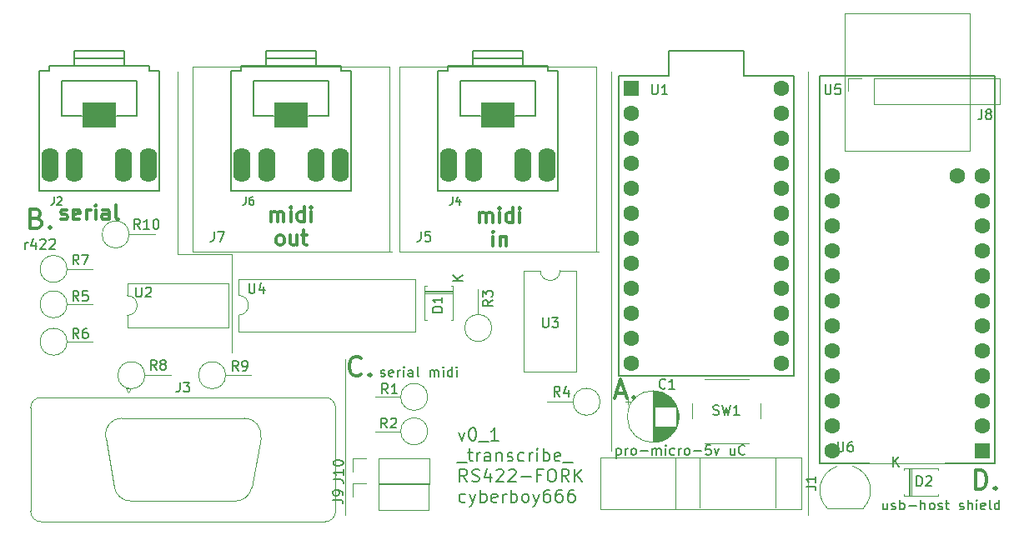
<source format=gto>
G04 #@! TF.GenerationSoftware,KiCad,Pcbnew,6.0.5*
G04 #@! TF.CreationDate,2022-06-22T19:05:55+10:00*
G04 #@! TF.ProjectId,_transcribe_,5f747261-6e73-4637-9269-62655f2e6b69,v0_5_1*
G04 #@! TF.SameCoordinates,Original*
G04 #@! TF.FileFunction,Legend,Top*
G04 #@! TF.FilePolarity,Positive*
%FSLAX46Y46*%
G04 Gerber Fmt 4.6, Leading zero omitted, Abs format (unit mm)*
G04 Created by KiCad (PCBNEW 6.0.5) date 2022-06-22 19:05:55*
%MOMM*%
%LPD*%
G01*
G04 APERTURE LIST*
%ADD10C,0.300000*%
%ADD11C,0.350000*%
%ADD12C,0.120000*%
%ADD13C,0.200000*%
%ADD14C,0.150000*%
%ADD15R,3.500000X2.500000*%
%ADD16O,1.750000X3.500000*%
%ADD17C,1.600000*%
%ADD18R,1.600000X1.600000*%
G04 APERTURE END LIST*
D10*
X-243335714Y774728928D02*
X-243335714Y775728928D01*
X-243335714Y775586071D02*
X-243264285Y775657500D01*
X-243121428Y775728928D01*
X-242907142Y775728928D01*
X-242764285Y775657500D01*
X-242692857Y775514642D01*
X-242692857Y774728928D01*
X-242692857Y775514642D02*
X-242621428Y775657500D01*
X-242478571Y775728928D01*
X-242264285Y775728928D01*
X-242121428Y775657500D01*
X-242050000Y775514642D01*
X-242050000Y774728928D01*
X-241335714Y774728928D02*
X-241335714Y775728928D01*
X-241335714Y776228928D02*
X-241407142Y776157500D01*
X-241335714Y776086071D01*
X-241264285Y776157500D01*
X-241335714Y776228928D01*
X-241335714Y776086071D01*
X-239978571Y774728928D02*
X-239978571Y776228928D01*
X-239978571Y774800357D02*
X-240121428Y774728928D01*
X-240407142Y774728928D01*
X-240550000Y774800357D01*
X-240621428Y774871785D01*
X-240692857Y775014642D01*
X-240692857Y775443214D01*
X-240621428Y775586071D01*
X-240550000Y775657500D01*
X-240407142Y775728928D01*
X-240121428Y775728928D01*
X-239978571Y775657500D01*
X-239264285Y774728928D02*
X-239264285Y775728928D01*
X-239264285Y776228928D02*
X-239335714Y776157500D01*
X-239264285Y776086071D01*
X-239192857Y776157500D01*
X-239264285Y776228928D01*
X-239264285Y776086071D01*
X-241978571Y772313928D02*
X-241978571Y773313928D01*
X-241978571Y773813928D02*
X-242050000Y773742500D01*
X-241978571Y773671071D01*
X-241907142Y773742500D01*
X-241978571Y773813928D01*
X-241978571Y773671071D01*
X-241264285Y773313928D02*
X-241264285Y772313928D01*
X-241264285Y773171071D02*
X-241192857Y773242500D01*
X-241050000Y773313928D01*
X-240835714Y773313928D01*
X-240692857Y773242500D01*
X-240621428Y773099642D01*
X-240621428Y772313928D01*
X-264535714Y774828928D02*
X-264535714Y775828928D01*
X-264535714Y775686071D02*
X-264464285Y775757500D01*
X-264321428Y775828928D01*
X-264107142Y775828928D01*
X-263964285Y775757500D01*
X-263892857Y775614642D01*
X-263892857Y774828928D01*
X-263892857Y775614642D02*
X-263821428Y775757500D01*
X-263678571Y775828928D01*
X-263464285Y775828928D01*
X-263321428Y775757500D01*
X-263250000Y775614642D01*
X-263250000Y774828928D01*
X-262535714Y774828928D02*
X-262535714Y775828928D01*
X-262535714Y776328928D02*
X-262607142Y776257500D01*
X-262535714Y776186071D01*
X-262464285Y776257500D01*
X-262535714Y776328928D01*
X-262535714Y776186071D01*
X-261178571Y774828928D02*
X-261178571Y776328928D01*
X-261178571Y774900357D02*
X-261321428Y774828928D01*
X-261607142Y774828928D01*
X-261750000Y774900357D01*
X-261821428Y774971785D01*
X-261892857Y775114642D01*
X-261892857Y775543214D01*
X-261821428Y775686071D01*
X-261750000Y775757500D01*
X-261607142Y775828928D01*
X-261321428Y775828928D01*
X-261178571Y775757500D01*
X-260464285Y774828928D02*
X-260464285Y775828928D01*
X-260464285Y776328928D02*
X-260535714Y776257500D01*
X-260464285Y776186071D01*
X-260392857Y776257500D01*
X-260464285Y776328928D01*
X-260464285Y776186071D01*
X-263714285Y772413928D02*
X-263857142Y772485357D01*
X-263928571Y772556785D01*
X-264000000Y772699642D01*
X-264000000Y773128214D01*
X-263928571Y773271071D01*
X-263857142Y773342500D01*
X-263714285Y773413928D01*
X-263500000Y773413928D01*
X-263357142Y773342500D01*
X-263285714Y773271071D01*
X-263214285Y773128214D01*
X-263214285Y772699642D01*
X-263285714Y772556785D01*
X-263357142Y772485357D01*
X-263500000Y772413928D01*
X-263714285Y772413928D01*
X-261928571Y773413928D02*
X-261928571Y772413928D01*
X-262571428Y773413928D02*
X-262571428Y772628214D01*
X-262500000Y772485357D01*
X-262357142Y772413928D01*
X-262142857Y772413928D01*
X-262000000Y772485357D01*
X-261928571Y772556785D01*
X-261428571Y773413928D02*
X-260857142Y773413928D01*
X-261214285Y773913928D02*
X-261214285Y772628214D01*
X-261142857Y772485357D01*
X-261000000Y772413928D01*
X-260857142Y772413928D01*
X-285857142Y775092857D02*
X-285714285Y775021428D01*
X-285428571Y775021428D01*
X-285285714Y775092857D01*
X-285214285Y775235714D01*
X-285214285Y775307142D01*
X-285285714Y775450000D01*
X-285428571Y775521428D01*
X-285642857Y775521428D01*
X-285785714Y775592857D01*
X-285857142Y775735714D01*
X-285857142Y775807142D01*
X-285785714Y775950000D01*
X-285642857Y776021428D01*
X-285428571Y776021428D01*
X-285285714Y775950000D01*
X-284000000Y775092857D02*
X-284142857Y775021428D01*
X-284428571Y775021428D01*
X-284571428Y775092857D01*
X-284642857Y775235714D01*
X-284642857Y775807142D01*
X-284571428Y775950000D01*
X-284428571Y776021428D01*
X-284142857Y776021428D01*
X-284000000Y775950000D01*
X-283928571Y775807142D01*
X-283928571Y775664285D01*
X-284642857Y775521428D01*
X-283285714Y775021428D02*
X-283285714Y776021428D01*
X-283285714Y775735714D02*
X-283214285Y775878571D01*
X-283142857Y775950000D01*
X-283000000Y776021428D01*
X-282857142Y776021428D01*
X-282357142Y775021428D02*
X-282357142Y776021428D01*
X-282357142Y776521428D02*
X-282428571Y776450000D01*
X-282357142Y776378571D01*
X-282285714Y776450000D01*
X-282357142Y776521428D01*
X-282357142Y776378571D01*
X-281000000Y775021428D02*
X-281000000Y775807142D01*
X-281071428Y775950000D01*
X-281214285Y776021428D01*
X-281500000Y776021428D01*
X-281642857Y775950000D01*
X-281000000Y775092857D02*
X-281142857Y775021428D01*
X-281500000Y775021428D01*
X-281642857Y775092857D01*
X-281714285Y775235714D01*
X-281714285Y775378571D01*
X-281642857Y775521428D01*
X-281500000Y775592857D01*
X-281142857Y775592857D01*
X-281000000Y775664285D01*
X-280071428Y775021428D02*
X-280214285Y775092857D01*
X-280285714Y775235714D01*
X-280285714Y776521428D01*
D11*
X-193000000Y747595238D02*
X-193000000Y749595238D01*
X-192523809Y749595238D01*
X-192238095Y749500000D01*
X-192047619Y749309523D01*
X-191952380Y749119047D01*
X-191857142Y748738095D01*
X-191857142Y748452380D01*
X-191952380Y748071428D01*
X-192047619Y747880952D01*
X-192238095Y747690476D01*
X-192523809Y747595238D01*
X-193000000Y747595238D01*
X-191000000Y747785714D02*
X-190904761Y747690476D01*
X-191000000Y747595238D01*
X-191095238Y747690476D01*
X-191000000Y747785714D01*
X-191000000Y747595238D01*
D12*
X-268500000Y761500000D02*
X-268500000Y771500000D01*
X-274000000Y771500000D02*
X-274000000Y790000000D01*
X-268500000Y771500000D02*
X-274000000Y771500000D01*
X-257000000Y745000000D02*
X-257000000Y760820000D01*
D13*
X-245484285Y753418071D02*
X-245174761Y752551404D01*
X-244865238Y753418071D01*
X-244122380Y753851404D02*
X-243998571Y753851404D01*
X-243874761Y753789500D01*
X-243812857Y753727595D01*
X-243750952Y753603785D01*
X-243689047Y753356166D01*
X-243689047Y753046642D01*
X-243750952Y752799023D01*
X-243812857Y752675214D01*
X-243874761Y752613309D01*
X-243998571Y752551404D01*
X-244122380Y752551404D01*
X-244246190Y752613309D01*
X-244308095Y752675214D01*
X-244370000Y752799023D01*
X-244431904Y753046642D01*
X-244431904Y753356166D01*
X-244370000Y753603785D01*
X-244308095Y753727595D01*
X-244246190Y753789500D01*
X-244122380Y753851404D01*
X-243441428Y752427595D02*
X-242450952Y752427595D01*
X-241460476Y752551404D02*
X-242203333Y752551404D01*
X-241831904Y752551404D02*
X-241831904Y753851404D01*
X-241955714Y753665690D01*
X-242079523Y753541880D01*
X-242203333Y753479976D01*
X-245670000Y750334595D02*
X-244679523Y750334595D01*
X-244555714Y751325071D02*
X-244060476Y751325071D01*
X-244370000Y751758404D02*
X-244370000Y750644119D01*
X-244308095Y750520309D01*
X-244184285Y750458404D01*
X-244060476Y750458404D01*
X-243627142Y750458404D02*
X-243627142Y751325071D01*
X-243627142Y751077452D02*
X-243565238Y751201261D01*
X-243503333Y751263166D01*
X-243379523Y751325071D01*
X-243255714Y751325071D01*
X-242265238Y750458404D02*
X-242265238Y751139357D01*
X-242327142Y751263166D01*
X-242450952Y751325071D01*
X-242698571Y751325071D01*
X-242822380Y751263166D01*
X-242265238Y750520309D02*
X-242389047Y750458404D01*
X-242698571Y750458404D01*
X-242822380Y750520309D01*
X-242884285Y750644119D01*
X-242884285Y750767928D01*
X-242822380Y750891738D01*
X-242698571Y750953642D01*
X-242389047Y750953642D01*
X-242265238Y751015547D01*
X-241646190Y751325071D02*
X-241646190Y750458404D01*
X-241646190Y751201261D02*
X-241584285Y751263166D01*
X-241460476Y751325071D01*
X-241274761Y751325071D01*
X-241150952Y751263166D01*
X-241089047Y751139357D01*
X-241089047Y750458404D01*
X-240531904Y750520309D02*
X-240408095Y750458404D01*
X-240160476Y750458404D01*
X-240036666Y750520309D01*
X-239974761Y750644119D01*
X-239974761Y750706023D01*
X-240036666Y750829833D01*
X-240160476Y750891738D01*
X-240346190Y750891738D01*
X-240470000Y750953642D01*
X-240531904Y751077452D01*
X-240531904Y751139357D01*
X-240470000Y751263166D01*
X-240346190Y751325071D01*
X-240160476Y751325071D01*
X-240036666Y751263166D01*
X-238860476Y750520309D02*
X-238984285Y750458404D01*
X-239231904Y750458404D01*
X-239355714Y750520309D01*
X-239417619Y750582214D01*
X-239479523Y750706023D01*
X-239479523Y751077452D01*
X-239417619Y751201261D01*
X-239355714Y751263166D01*
X-239231904Y751325071D01*
X-238984285Y751325071D01*
X-238860476Y751263166D01*
X-238303333Y750458404D02*
X-238303333Y751325071D01*
X-238303333Y751077452D02*
X-238241428Y751201261D01*
X-238179523Y751263166D01*
X-238055714Y751325071D01*
X-237931904Y751325071D01*
X-237498571Y750458404D02*
X-237498571Y751325071D01*
X-237498571Y751758404D02*
X-237560476Y751696500D01*
X-237498571Y751634595D01*
X-237436666Y751696500D01*
X-237498571Y751758404D01*
X-237498571Y751634595D01*
X-236879523Y750458404D02*
X-236879523Y751758404D01*
X-236879523Y751263166D02*
X-236755714Y751325071D01*
X-236508095Y751325071D01*
X-236384285Y751263166D01*
X-236322380Y751201261D01*
X-236260476Y751077452D01*
X-236260476Y750706023D01*
X-236322380Y750582214D01*
X-236384285Y750520309D01*
X-236508095Y750458404D01*
X-236755714Y750458404D01*
X-236879523Y750520309D01*
X-235208095Y750520309D02*
X-235331904Y750458404D01*
X-235579523Y750458404D01*
X-235703333Y750520309D01*
X-235765238Y750644119D01*
X-235765238Y751139357D01*
X-235703333Y751263166D01*
X-235579523Y751325071D01*
X-235331904Y751325071D01*
X-235208095Y751263166D01*
X-235146190Y751139357D01*
X-235146190Y751015547D01*
X-235765238Y750891738D01*
X-234898571Y750334595D02*
X-233908095Y750334595D01*
X-244617619Y748365404D02*
X-245050952Y748984452D01*
X-245360476Y748365404D02*
X-245360476Y749665404D01*
X-244865238Y749665404D01*
X-244741428Y749603500D01*
X-244679523Y749541595D01*
X-244617619Y749417785D01*
X-244617619Y749232071D01*
X-244679523Y749108261D01*
X-244741428Y749046357D01*
X-244865238Y748984452D01*
X-245360476Y748984452D01*
X-244122380Y748427309D02*
X-243936666Y748365404D01*
X-243627142Y748365404D01*
X-243503333Y748427309D01*
X-243441428Y748489214D01*
X-243379523Y748613023D01*
X-243379523Y748736833D01*
X-243441428Y748860642D01*
X-243503333Y748922547D01*
X-243627142Y748984452D01*
X-243874761Y749046357D01*
X-243998571Y749108261D01*
X-244060476Y749170166D01*
X-244122380Y749293976D01*
X-244122380Y749417785D01*
X-244060476Y749541595D01*
X-243998571Y749603500D01*
X-243874761Y749665404D01*
X-243565238Y749665404D01*
X-243379523Y749603500D01*
X-242265238Y749232071D02*
X-242265238Y748365404D01*
X-242574761Y749727309D02*
X-242884285Y748798738D01*
X-242079523Y748798738D01*
X-241646190Y749541595D02*
X-241584285Y749603500D01*
X-241460476Y749665404D01*
X-241150952Y749665404D01*
X-241027142Y749603500D01*
X-240965238Y749541595D01*
X-240903333Y749417785D01*
X-240903333Y749293976D01*
X-240965238Y749108261D01*
X-241708095Y748365404D01*
X-240903333Y748365404D01*
X-240408095Y749541595D02*
X-240346190Y749603500D01*
X-240222380Y749665404D01*
X-239912857Y749665404D01*
X-239789047Y749603500D01*
X-239727142Y749541595D01*
X-239665238Y749417785D01*
X-239665238Y749293976D01*
X-239727142Y749108261D01*
X-240470000Y748365404D01*
X-239665238Y748365404D01*
X-239108095Y748860642D02*
X-238117619Y748860642D01*
X-237065238Y749046357D02*
X-237498571Y749046357D01*
X-237498571Y748365404D02*
X-237498571Y749665404D01*
X-236879523Y749665404D01*
X-236136666Y749665404D02*
X-235889047Y749665404D01*
X-235765238Y749603500D01*
X-235641428Y749479690D01*
X-235579523Y749232071D01*
X-235579523Y748798738D01*
X-235641428Y748551119D01*
X-235765238Y748427309D01*
X-235889047Y748365404D01*
X-236136666Y748365404D01*
X-236260476Y748427309D01*
X-236384285Y748551119D01*
X-236446190Y748798738D01*
X-236446190Y749232071D01*
X-236384285Y749479690D01*
X-236260476Y749603500D01*
X-236136666Y749665404D01*
X-234279523Y748365404D02*
X-234712857Y748984452D01*
X-235022380Y748365404D02*
X-235022380Y749665404D01*
X-234527142Y749665404D01*
X-234403333Y749603500D01*
X-234341428Y749541595D01*
X-234279523Y749417785D01*
X-234279523Y749232071D01*
X-234341428Y749108261D01*
X-234403333Y749046357D01*
X-234527142Y748984452D01*
X-235022380Y748984452D01*
X-233722380Y748365404D02*
X-233722380Y749665404D01*
X-232979523Y748365404D02*
X-233536666Y749108261D01*
X-232979523Y749665404D02*
X-233722380Y748922547D01*
X-244803333Y746334309D02*
X-244927142Y746272404D01*
X-245174761Y746272404D01*
X-245298571Y746334309D01*
X-245360476Y746396214D01*
X-245422380Y746520023D01*
X-245422380Y746891452D01*
X-245360476Y747015261D01*
X-245298571Y747077166D01*
X-245174761Y747139071D01*
X-244927142Y747139071D01*
X-244803333Y747077166D01*
X-244370000Y747139071D02*
X-244060476Y746272404D01*
X-243750952Y747139071D02*
X-244060476Y746272404D01*
X-244184285Y745962880D01*
X-244246190Y745900976D01*
X-244370000Y745839071D01*
X-243255714Y746272404D02*
X-243255714Y747572404D01*
X-243255714Y747077166D02*
X-243131904Y747139071D01*
X-242884285Y747139071D01*
X-242760476Y747077166D01*
X-242698571Y747015261D01*
X-242636666Y746891452D01*
X-242636666Y746520023D01*
X-242698571Y746396214D01*
X-242760476Y746334309D01*
X-242884285Y746272404D01*
X-243131904Y746272404D01*
X-243255714Y746334309D01*
X-241584285Y746334309D02*
X-241708095Y746272404D01*
X-241955714Y746272404D01*
X-242079523Y746334309D01*
X-242141428Y746458119D01*
X-242141428Y746953357D01*
X-242079523Y747077166D01*
X-241955714Y747139071D01*
X-241708095Y747139071D01*
X-241584285Y747077166D01*
X-241522380Y746953357D01*
X-241522380Y746829547D01*
X-242141428Y746705738D01*
X-240965238Y746272404D02*
X-240965238Y747139071D01*
X-240965238Y746891452D02*
X-240903333Y747015261D01*
X-240841428Y747077166D01*
X-240717619Y747139071D01*
X-240593809Y747139071D01*
X-240160476Y746272404D02*
X-240160476Y747572404D01*
X-240160476Y747077166D02*
X-240036666Y747139071D01*
X-239789047Y747139071D01*
X-239665238Y747077166D01*
X-239603333Y747015261D01*
X-239541428Y746891452D01*
X-239541428Y746520023D01*
X-239603333Y746396214D01*
X-239665238Y746334309D01*
X-239789047Y746272404D01*
X-240036666Y746272404D01*
X-240160476Y746334309D01*
X-238798571Y746272404D02*
X-238922380Y746334309D01*
X-238984285Y746396214D01*
X-239046190Y746520023D01*
X-239046190Y746891452D01*
X-238984285Y747015261D01*
X-238922380Y747077166D01*
X-238798571Y747139071D01*
X-238612857Y747139071D01*
X-238489047Y747077166D01*
X-238427142Y747015261D01*
X-238365238Y746891452D01*
X-238365238Y746520023D01*
X-238427142Y746396214D01*
X-238489047Y746334309D01*
X-238612857Y746272404D01*
X-238798571Y746272404D01*
X-237931904Y747139071D02*
X-237622380Y746272404D01*
X-237312857Y747139071D02*
X-237622380Y746272404D01*
X-237746190Y745962880D01*
X-237808095Y745900976D01*
X-237931904Y745839071D01*
X-236260476Y747572404D02*
X-236508095Y747572404D01*
X-236631904Y747510500D01*
X-236693809Y747448595D01*
X-236817619Y747262880D01*
X-236879523Y747015261D01*
X-236879523Y746520023D01*
X-236817619Y746396214D01*
X-236755714Y746334309D01*
X-236631904Y746272404D01*
X-236384285Y746272404D01*
X-236260476Y746334309D01*
X-236198571Y746396214D01*
X-236136666Y746520023D01*
X-236136666Y746829547D01*
X-236198571Y746953357D01*
X-236260476Y747015261D01*
X-236384285Y747077166D01*
X-236631904Y747077166D01*
X-236755714Y747015261D01*
X-236817619Y746953357D01*
X-236879523Y746829547D01*
X-235022380Y747572404D02*
X-235270000Y747572404D01*
X-235393809Y747510500D01*
X-235455714Y747448595D01*
X-235579523Y747262880D01*
X-235641428Y747015261D01*
X-235641428Y746520023D01*
X-235579523Y746396214D01*
X-235517619Y746334309D01*
X-235393809Y746272404D01*
X-235146190Y746272404D01*
X-235022380Y746334309D01*
X-234960476Y746396214D01*
X-234898571Y746520023D01*
X-234898571Y746829547D01*
X-234960476Y746953357D01*
X-235022380Y747015261D01*
X-235146190Y747077166D01*
X-235393809Y747077166D01*
X-235517619Y747015261D01*
X-235579523Y746953357D01*
X-235641428Y746829547D01*
X-233784285Y747572404D02*
X-234031904Y747572404D01*
X-234155714Y747510500D01*
X-234217619Y747448595D01*
X-234341428Y747262880D01*
X-234403333Y747015261D01*
X-234403333Y746520023D01*
X-234341428Y746396214D01*
X-234279523Y746334309D01*
X-234155714Y746272404D01*
X-233908095Y746272404D01*
X-233784285Y746334309D01*
X-233722380Y746396214D01*
X-233660476Y746520023D01*
X-233660476Y746829547D01*
X-233722380Y746953357D01*
X-233784285Y747015261D01*
X-233908095Y747077166D01*
X-234155714Y747077166D01*
X-234279523Y747015261D01*
X-234341428Y746953357D01*
X-234403333Y746829547D01*
D14*
X-289500000Y772047619D02*
X-289500000Y772714285D01*
X-289500000Y772523809D02*
X-289452380Y772619047D01*
X-289404761Y772666666D01*
X-289309523Y772714285D01*
X-289214285Y772714285D01*
X-288452380Y772714285D02*
X-288452380Y772047619D01*
X-288690476Y773095238D02*
X-288928571Y772380952D01*
X-288309523Y772380952D01*
X-287976190Y772952380D02*
X-287928571Y773000000D01*
X-287833333Y773047619D01*
X-287595238Y773047619D01*
X-287500000Y773000000D01*
X-287452380Y772952380D01*
X-287404761Y772857142D01*
X-287404761Y772761904D01*
X-287452380Y772619047D01*
X-288023809Y772047619D01*
X-287404761Y772047619D01*
X-287023809Y772952380D02*
X-286976190Y773000000D01*
X-286880952Y773047619D01*
X-286642857Y773047619D01*
X-286547619Y773000000D01*
X-286500000Y772952380D01*
X-286452380Y772857142D01*
X-286452380Y772761904D01*
X-286500000Y772619047D01*
X-287071428Y772047619D01*
X-286452380Y772047619D01*
X-253380952Y759095238D02*
X-253285714Y759047619D01*
X-253095238Y759047619D01*
X-253000000Y759095238D01*
X-252952380Y759190476D01*
X-252952380Y759238095D01*
X-253000000Y759333333D01*
X-253095238Y759380952D01*
X-253238095Y759380952D01*
X-253333333Y759428571D01*
X-253380952Y759523809D01*
X-253380952Y759571428D01*
X-253333333Y759666666D01*
X-253238095Y759714285D01*
X-253095238Y759714285D01*
X-253000000Y759666666D01*
X-252142857Y759095238D02*
X-252238095Y759047619D01*
X-252428571Y759047619D01*
X-252523809Y759095238D01*
X-252571428Y759190476D01*
X-252571428Y759571428D01*
X-252523809Y759666666D01*
X-252428571Y759714285D01*
X-252238095Y759714285D01*
X-252142857Y759666666D01*
X-252095238Y759571428D01*
X-252095238Y759476190D01*
X-252571428Y759380952D01*
X-251666666Y759047619D02*
X-251666666Y759714285D01*
X-251666666Y759523809D02*
X-251619047Y759619047D01*
X-251571428Y759666666D01*
X-251476190Y759714285D01*
X-251380952Y759714285D01*
X-251047619Y759047619D02*
X-251047619Y759714285D01*
X-251047619Y760047619D02*
X-251095238Y760000000D01*
X-251047619Y759952380D01*
X-251000000Y760000000D01*
X-251047619Y760047619D01*
X-251047619Y759952380D01*
X-250142857Y759047619D02*
X-250142857Y759571428D01*
X-250190476Y759666666D01*
X-250285714Y759714285D01*
X-250476190Y759714285D01*
X-250571428Y759666666D01*
X-250142857Y759095238D02*
X-250238095Y759047619D01*
X-250476190Y759047619D01*
X-250571428Y759095238D01*
X-250619047Y759190476D01*
X-250619047Y759285714D01*
X-250571428Y759380952D01*
X-250476190Y759428571D01*
X-250238095Y759428571D01*
X-250142857Y759476190D01*
X-249523809Y759047619D02*
X-249619047Y759095238D01*
X-249666666Y759190476D01*
X-249666666Y760047619D01*
X-248380952Y759047619D02*
X-248380952Y759714285D01*
X-248380952Y759619047D02*
X-248333333Y759666666D01*
X-248238095Y759714285D01*
X-248095238Y759714285D01*
X-248000000Y759666666D01*
X-247952380Y759571428D01*
X-247952380Y759047619D01*
X-247952380Y759571428D02*
X-247904761Y759666666D01*
X-247809523Y759714285D01*
X-247666666Y759714285D01*
X-247571428Y759666666D01*
X-247523809Y759571428D01*
X-247523809Y759047619D01*
X-247047619Y759047619D02*
X-247047619Y759714285D01*
X-247047619Y760047619D02*
X-247095238Y760000000D01*
X-247047619Y759952380D01*
X-247000000Y760000000D01*
X-247047619Y760047619D01*
X-247047619Y759952380D01*
X-246142857Y759047619D02*
X-246142857Y760047619D01*
X-246142857Y759095238D02*
X-246238095Y759047619D01*
X-246428571Y759047619D01*
X-246523809Y759095238D01*
X-246571428Y759142857D01*
X-246619047Y759238095D01*
X-246619047Y759523809D01*
X-246571428Y759619047D01*
X-246523809Y759666666D01*
X-246428571Y759714285D01*
X-246238095Y759714285D01*
X-246142857Y759666666D01*
X-245666666Y759047619D02*
X-245666666Y759714285D01*
X-245666666Y760047619D02*
X-245714285Y760000000D01*
X-245666666Y759952380D01*
X-245619047Y760000000D01*
X-245666666Y760047619D01*
X-245666666Y759952380D01*
X-229475000Y751764285D02*
X-229475000Y750764285D01*
X-229475000Y751716666D02*
X-229379761Y751764285D01*
X-229189285Y751764285D01*
X-229094047Y751716666D01*
X-229046428Y751669047D01*
X-228998809Y751573809D01*
X-228998809Y751288095D01*
X-229046428Y751192857D01*
X-229094047Y751145238D01*
X-229189285Y751097619D01*
X-229379761Y751097619D01*
X-229475000Y751145238D01*
X-228570238Y751097619D02*
X-228570238Y751764285D01*
X-228570238Y751573809D02*
X-228522619Y751669047D01*
X-228475000Y751716666D01*
X-228379761Y751764285D01*
X-228284523Y751764285D01*
X-227808333Y751097619D02*
X-227903571Y751145238D01*
X-227951190Y751192857D01*
X-227998809Y751288095D01*
X-227998809Y751573809D01*
X-227951190Y751669047D01*
X-227903571Y751716666D01*
X-227808333Y751764285D01*
X-227665476Y751764285D01*
X-227570238Y751716666D01*
X-227522619Y751669047D01*
X-227475000Y751573809D01*
X-227475000Y751288095D01*
X-227522619Y751192857D01*
X-227570238Y751145238D01*
X-227665476Y751097619D01*
X-227808333Y751097619D01*
X-227046428Y751478571D02*
X-226284523Y751478571D01*
X-225808333Y751097619D02*
X-225808333Y751764285D01*
X-225808333Y751669047D02*
X-225760714Y751716666D01*
X-225665476Y751764285D01*
X-225522619Y751764285D01*
X-225427380Y751716666D01*
X-225379761Y751621428D01*
X-225379761Y751097619D01*
X-225379761Y751621428D02*
X-225332142Y751716666D01*
X-225236904Y751764285D01*
X-225094047Y751764285D01*
X-224998809Y751716666D01*
X-224951190Y751621428D01*
X-224951190Y751097619D01*
X-224475000Y751097619D02*
X-224475000Y751764285D01*
X-224475000Y752097619D02*
X-224522619Y752050000D01*
X-224475000Y752002380D01*
X-224427380Y752050000D01*
X-224475000Y752097619D01*
X-224475000Y752002380D01*
X-223570238Y751145238D02*
X-223665476Y751097619D01*
X-223855952Y751097619D01*
X-223951190Y751145238D01*
X-223998809Y751192857D01*
X-224046428Y751288095D01*
X-224046428Y751573809D01*
X-223998809Y751669047D01*
X-223951190Y751716666D01*
X-223855952Y751764285D01*
X-223665476Y751764285D01*
X-223570238Y751716666D01*
X-223141666Y751097619D02*
X-223141666Y751764285D01*
X-223141666Y751573809D02*
X-223094047Y751669047D01*
X-223046428Y751716666D01*
X-222951190Y751764285D01*
X-222855952Y751764285D01*
X-222379761Y751097619D02*
X-222475000Y751145238D01*
X-222522619Y751192857D01*
X-222570238Y751288095D01*
X-222570238Y751573809D01*
X-222522619Y751669047D01*
X-222475000Y751716666D01*
X-222379761Y751764285D01*
X-222236904Y751764285D01*
X-222141666Y751716666D01*
X-222094047Y751669047D01*
X-222046428Y751573809D01*
X-222046428Y751288095D01*
X-222094047Y751192857D01*
X-222141666Y751145238D01*
X-222236904Y751097619D01*
X-222379761Y751097619D01*
X-221617857Y751478571D02*
X-220855952Y751478571D01*
X-219903571Y752097619D02*
X-220379761Y752097619D01*
X-220427380Y751621428D01*
X-220379761Y751669047D01*
X-220284523Y751716666D01*
X-220046428Y751716666D01*
X-219951190Y751669047D01*
X-219903571Y751621428D01*
X-219855952Y751526190D01*
X-219855952Y751288095D01*
X-219903571Y751192857D01*
X-219951190Y751145238D01*
X-220046428Y751097619D01*
X-220284523Y751097619D01*
X-220379761Y751145238D01*
X-220427380Y751192857D01*
X-219522619Y751764285D02*
X-219284523Y751097619D01*
X-219046428Y751764285D01*
X-217475000Y751764285D02*
X-217475000Y751097619D01*
X-217903571Y751764285D02*
X-217903571Y751240476D01*
X-217855952Y751145238D01*
X-217760714Y751097619D01*
X-217617857Y751097619D01*
X-217522619Y751145238D01*
X-217475000Y751192857D01*
X-216427380Y751192857D02*
X-216475000Y751145238D01*
X-216617857Y751097619D01*
X-216713095Y751097619D01*
X-216855952Y751145238D01*
X-216951190Y751240476D01*
X-216998809Y751335714D01*
X-217046428Y751526190D01*
X-217046428Y751669047D01*
X-216998809Y751859523D01*
X-216951190Y751954761D01*
X-216855952Y752050000D01*
X-216713095Y752097619D01*
X-216617857Y752097619D01*
X-216475000Y752050000D01*
X-216427380Y752002380D01*
X-201976190Y746214285D02*
X-201976190Y745547619D01*
X-202404761Y746214285D02*
X-202404761Y745690476D01*
X-202357142Y745595238D01*
X-202261904Y745547619D01*
X-202119047Y745547619D01*
X-202023809Y745595238D01*
X-201976190Y745642857D01*
X-201547619Y745595238D02*
X-201452380Y745547619D01*
X-201261904Y745547619D01*
X-201166666Y745595238D01*
X-201119047Y745690476D01*
X-201119047Y745738095D01*
X-201166666Y745833333D01*
X-201261904Y745880952D01*
X-201404761Y745880952D01*
X-201500000Y745928571D01*
X-201547619Y746023809D01*
X-201547619Y746071428D01*
X-201500000Y746166666D01*
X-201404761Y746214285D01*
X-201261904Y746214285D01*
X-201166666Y746166666D01*
X-200690476Y745547619D02*
X-200690476Y746547619D01*
X-200690476Y746166666D02*
X-200595238Y746214285D01*
X-200404761Y746214285D01*
X-200309523Y746166666D01*
X-200261904Y746119047D01*
X-200214285Y746023809D01*
X-200214285Y745738095D01*
X-200261904Y745642857D01*
X-200309523Y745595238D01*
X-200404761Y745547619D01*
X-200595238Y745547619D01*
X-200690476Y745595238D01*
X-199785714Y745928571D02*
X-199023809Y745928571D01*
X-198547619Y745547619D02*
X-198547619Y746547619D01*
X-198119047Y745547619D02*
X-198119047Y746071428D01*
X-198166666Y746166666D01*
X-198261904Y746214285D01*
X-198404761Y746214285D01*
X-198500000Y746166666D01*
X-198547619Y746119047D01*
X-197500000Y745547619D02*
X-197595238Y745595238D01*
X-197642857Y745642857D01*
X-197690476Y745738095D01*
X-197690476Y746023809D01*
X-197642857Y746119047D01*
X-197595238Y746166666D01*
X-197500000Y746214285D01*
X-197357142Y746214285D01*
X-197261904Y746166666D01*
X-197214285Y746119047D01*
X-197166666Y746023809D01*
X-197166666Y745738095D01*
X-197214285Y745642857D01*
X-197261904Y745595238D01*
X-197357142Y745547619D01*
X-197500000Y745547619D01*
X-196785714Y745595238D02*
X-196690476Y745547619D01*
X-196500000Y745547619D01*
X-196404761Y745595238D01*
X-196357142Y745690476D01*
X-196357142Y745738095D01*
X-196404761Y745833333D01*
X-196500000Y745880952D01*
X-196642857Y745880952D01*
X-196738095Y745928571D01*
X-196785714Y746023809D01*
X-196785714Y746071428D01*
X-196738095Y746166666D01*
X-196642857Y746214285D01*
X-196500000Y746214285D01*
X-196404761Y746166666D01*
X-196071428Y746214285D02*
X-195690476Y746214285D01*
X-195928571Y746547619D02*
X-195928571Y745690476D01*
X-195880952Y745595238D01*
X-195785714Y745547619D01*
X-195690476Y745547619D01*
X-194642857Y745595238D02*
X-194547619Y745547619D01*
X-194357142Y745547619D01*
X-194261904Y745595238D01*
X-194214285Y745690476D01*
X-194214285Y745738095D01*
X-194261904Y745833333D01*
X-194357142Y745880952D01*
X-194500000Y745880952D01*
X-194595238Y745928571D01*
X-194642857Y746023809D01*
X-194642857Y746071428D01*
X-194595238Y746166666D01*
X-194500000Y746214285D01*
X-194357142Y746214285D01*
X-194261904Y746166666D01*
X-193785714Y745547619D02*
X-193785714Y746547619D01*
X-193357142Y745547619D02*
X-193357142Y746071428D01*
X-193404761Y746166666D01*
X-193500000Y746214285D01*
X-193642857Y746214285D01*
X-193738095Y746166666D01*
X-193785714Y746119047D01*
X-192880952Y745547619D02*
X-192880952Y746214285D01*
X-192880952Y746547619D02*
X-192928571Y746500000D01*
X-192880952Y746452380D01*
X-192833333Y746500000D01*
X-192880952Y746547619D01*
X-192880952Y746452380D01*
X-192023809Y745595238D02*
X-192119047Y745547619D01*
X-192309523Y745547619D01*
X-192404761Y745595238D01*
X-192452380Y745690476D01*
X-192452380Y746071428D01*
X-192404761Y746166666D01*
X-192309523Y746214285D01*
X-192119047Y746214285D01*
X-192023809Y746166666D01*
X-191976190Y746071428D01*
X-191976190Y745976190D01*
X-192452380Y745880952D01*
X-191404761Y745547619D02*
X-191500000Y745595238D01*
X-191547619Y745690476D01*
X-191547619Y746547619D01*
X-190595238Y745547619D02*
X-190595238Y746547619D01*
X-190595238Y745595238D02*
X-190690476Y745547619D01*
X-190880952Y745547619D01*
X-190976190Y745595238D01*
X-191023809Y745642857D01*
X-191071428Y745738095D01*
X-191071428Y746023809D01*
X-191023809Y746119047D01*
X-190976190Y746166666D01*
X-190880952Y746214285D01*
X-190690476Y746214285D01*
X-190595238Y746166666D01*
D11*
X-255357142Y759285714D02*
X-255452380Y759190476D01*
X-255738095Y759095238D01*
X-255928571Y759095238D01*
X-256214285Y759190476D01*
X-256404761Y759380952D01*
X-256500000Y759571428D01*
X-256595238Y759952380D01*
X-256595238Y760238095D01*
X-256500000Y760619047D01*
X-256404761Y760809523D01*
X-256214285Y761000000D01*
X-255928571Y761095238D01*
X-255738095Y761095238D01*
X-255452380Y761000000D01*
X-255357142Y760904761D01*
X-254500000Y759285714D02*
X-254404761Y759190476D01*
X-254500000Y759095238D01*
X-254595238Y759190476D01*
X-254500000Y759285714D01*
X-254500000Y759095238D01*
X-288333333Y775142857D02*
X-288047619Y775047619D01*
X-287952380Y774952380D01*
X-287857142Y774761904D01*
X-287857142Y774476190D01*
X-287952380Y774285714D01*
X-288047619Y774190476D01*
X-288238095Y774095238D01*
X-289000000Y774095238D01*
X-289000000Y776095238D01*
X-288333333Y776095238D01*
X-288142857Y776000000D01*
X-288047619Y775904761D01*
X-287952380Y775714285D01*
X-287952380Y775523809D01*
X-288047619Y775333333D01*
X-288142857Y775238095D01*
X-288333333Y775142857D01*
X-289000000Y775142857D01*
X-287000000Y774285714D02*
X-286904761Y774190476D01*
X-287000000Y774095238D01*
X-287095238Y774190476D01*
X-287000000Y774285714D01*
X-287000000Y774095238D01*
X-229502380Y757391666D02*
X-228550000Y757391666D01*
X-229692857Y756820238D02*
X-229026190Y758820238D01*
X-228359523Y756820238D01*
X-227692857Y757010714D02*
X-227597619Y756915476D01*
X-227692857Y756820238D01*
X-227788095Y756915476D01*
X-227692857Y757010714D01*
X-227692857Y756820238D01*
D12*
X-230000000Y790000000D02*
X-230000000Y751500000D01*
X-210000000Y745000000D02*
X-210000000Y754000000D01*
X-210000000Y790000000D02*
X-210000000Y745000000D01*
D14*
X-258242619Y746541666D02*
X-257528333Y746541666D01*
X-257385476Y746494047D01*
X-257290238Y746398809D01*
X-257242619Y746255952D01*
X-257242619Y746160714D01*
X-257242619Y747065476D02*
X-257242619Y747255952D01*
X-257290238Y747351190D01*
X-257337857Y747398809D01*
X-257480714Y747494047D01*
X-257671190Y747541666D01*
X-258052142Y747541666D01*
X-258147380Y747494047D01*
X-258195000Y747446428D01*
X-258242619Y747351190D01*
X-258242619Y747160714D01*
X-258195000Y747065476D01*
X-258147380Y747017857D01*
X-258052142Y746970238D01*
X-257814047Y746970238D01*
X-257718809Y747017857D01*
X-257671190Y747065476D01*
X-257623571Y747160714D01*
X-257623571Y747351190D01*
X-257671190Y747446428D01*
X-257718809Y747494047D01*
X-257814047Y747541666D01*
X-224491666Y757917857D02*
X-224539285Y757870238D01*
X-224682142Y757822619D01*
X-224777380Y757822619D01*
X-224920238Y757870238D01*
X-225015476Y757965476D01*
X-225063095Y758060714D01*
X-225110714Y758251190D01*
X-225110714Y758394047D01*
X-225063095Y758584523D01*
X-225015476Y758679761D01*
X-224920238Y758775000D01*
X-224777380Y758822619D01*
X-224682142Y758822619D01*
X-224539285Y758775000D01*
X-224491666Y758727380D01*
X-223539285Y757822619D02*
X-224110714Y757822619D01*
X-223825000Y757822619D02*
X-223825000Y758822619D01*
X-223920238Y758679761D01*
X-224015476Y758584523D01*
X-224110714Y758536904D01*
X-278261904Y768147619D02*
X-278261904Y767338095D01*
X-278214285Y767242857D01*
X-278166666Y767195238D01*
X-278071428Y767147619D01*
X-277880952Y767147619D01*
X-277785714Y767195238D01*
X-277738095Y767242857D01*
X-277690476Y767338095D01*
X-277690476Y768147619D01*
X-277261904Y768052380D02*
X-277214285Y768100000D01*
X-277119047Y768147619D01*
X-276880952Y768147619D01*
X-276785714Y768100000D01*
X-276738095Y768052380D01*
X-276690476Y767957142D01*
X-276690476Y767861904D01*
X-276738095Y767719047D01*
X-277309523Y767147619D01*
X-276690476Y767147619D01*
X-277842857Y774047619D02*
X-278176190Y774523809D01*
X-278414285Y774047619D02*
X-278414285Y775047619D01*
X-278033333Y775047619D01*
X-277938095Y775000000D01*
X-277890476Y774952380D01*
X-277842857Y774857142D01*
X-277842857Y774714285D01*
X-277890476Y774619047D01*
X-277938095Y774571428D01*
X-278033333Y774523809D01*
X-278414285Y774523809D01*
X-276890476Y774047619D02*
X-277461904Y774047619D01*
X-277176190Y774047619D02*
X-277176190Y775047619D01*
X-277271428Y774904761D01*
X-277366666Y774809523D01*
X-277461904Y774761904D01*
X-276271428Y775047619D02*
X-276176190Y775047619D01*
X-276080952Y775000000D01*
X-276033333Y774952380D01*
X-275985714Y774857142D01*
X-275938095Y774666666D01*
X-275938095Y774428571D01*
X-275985714Y774238095D01*
X-276033333Y774142857D01*
X-276080952Y774095238D01*
X-276176190Y774047619D01*
X-276271428Y774047619D01*
X-276366666Y774095238D01*
X-276414285Y774142857D01*
X-276461904Y774238095D01*
X-276509523Y774428571D01*
X-276509523Y774666666D01*
X-276461904Y774857142D01*
X-276414285Y774952380D01*
X-276366666Y775000000D01*
X-276271428Y775047619D01*
X-267866666Y759647619D02*
X-268199999Y760123809D01*
X-268438095Y759647619D02*
X-268438095Y760647619D01*
X-268057142Y760647619D01*
X-267961904Y760600000D01*
X-267914285Y760552380D01*
X-267866666Y760457142D01*
X-267866666Y760314285D01*
X-267914285Y760219047D01*
X-267961904Y760171428D01*
X-268057142Y760123809D01*
X-268438095Y760123809D01*
X-267390476Y759647619D02*
X-267199999Y759647619D01*
X-267104761Y759695238D01*
X-267057142Y759742857D01*
X-266961904Y759885714D01*
X-266914285Y760076190D01*
X-266914285Y760457142D01*
X-266961904Y760552380D01*
X-267009523Y760600000D01*
X-267104761Y760647619D01*
X-267295238Y760647619D01*
X-267390476Y760600000D01*
X-267438095Y760552380D01*
X-267485714Y760457142D01*
X-267485714Y760219047D01*
X-267438095Y760123809D01*
X-267390476Y760076190D01*
X-267295238Y760028571D01*
X-267104761Y760028571D01*
X-267009523Y760076190D01*
X-266961904Y760123809D01*
X-266914285Y760219047D01*
X-276166666Y759747619D02*
X-276500000Y760223809D01*
X-276738095Y759747619D02*
X-276738095Y760747619D01*
X-276357142Y760747619D01*
X-276261904Y760700000D01*
X-276214285Y760652380D01*
X-276166666Y760557142D01*
X-276166666Y760414285D01*
X-276214285Y760319047D01*
X-276261904Y760271428D01*
X-276357142Y760223809D01*
X-276738095Y760223809D01*
X-275595238Y760319047D02*
X-275690476Y760366666D01*
X-275738095Y760414285D01*
X-275785714Y760509523D01*
X-275785714Y760557142D01*
X-275738095Y760652380D01*
X-275690476Y760700000D01*
X-275595238Y760747619D01*
X-275404761Y760747619D01*
X-275309523Y760700000D01*
X-275261904Y760652380D01*
X-275214285Y760557142D01*
X-275214285Y760509523D01*
X-275261904Y760414285D01*
X-275309523Y760366666D01*
X-275404761Y760319047D01*
X-275595238Y760319047D01*
X-275690476Y760271428D01*
X-275738095Y760223809D01*
X-275785714Y760128571D01*
X-275785714Y759938095D01*
X-275738095Y759842857D01*
X-275690476Y759795238D01*
X-275595238Y759747619D01*
X-275404761Y759747619D01*
X-275309523Y759795238D01*
X-275261904Y759842857D01*
X-275214285Y759938095D01*
X-275214285Y760128571D01*
X-275261904Y760223809D01*
X-275309523Y760271428D01*
X-275404761Y760319047D01*
X-284066666Y770447619D02*
X-284400000Y770923809D01*
X-284638095Y770447619D02*
X-284638095Y771447619D01*
X-284257142Y771447619D01*
X-284161904Y771400000D01*
X-284114285Y771352380D01*
X-284066666Y771257142D01*
X-284066666Y771114285D01*
X-284114285Y771019047D01*
X-284161904Y770971428D01*
X-284257142Y770923809D01*
X-284638095Y770923809D01*
X-283733333Y771447619D02*
X-283066666Y771447619D01*
X-283495238Y770447619D01*
X-284066666Y762947619D02*
X-284400000Y763423809D01*
X-284638095Y762947619D02*
X-284638095Y763947619D01*
X-284257142Y763947619D01*
X-284161904Y763900000D01*
X-284114285Y763852380D01*
X-284066666Y763757142D01*
X-284066666Y763614285D01*
X-284114285Y763519047D01*
X-284161904Y763471428D01*
X-284257142Y763423809D01*
X-284638095Y763423809D01*
X-283209523Y763947619D02*
X-283400000Y763947619D01*
X-283495238Y763900000D01*
X-283542857Y763852380D01*
X-283638095Y763709523D01*
X-283685714Y763519047D01*
X-283685714Y763138095D01*
X-283638095Y763042857D01*
X-283590476Y762995238D01*
X-283495238Y762947619D01*
X-283304761Y762947619D01*
X-283209523Y762995238D01*
X-283161904Y763042857D01*
X-283114285Y763138095D01*
X-283114285Y763376190D01*
X-283161904Y763471428D01*
X-283209523Y763519047D01*
X-283304761Y763566666D01*
X-283495238Y763566666D01*
X-283590476Y763519047D01*
X-283638095Y763471428D01*
X-283685714Y763376190D01*
X-284066666Y766747619D02*
X-284400000Y767223809D01*
X-284638095Y766747619D02*
X-284638095Y767747619D01*
X-284257142Y767747619D01*
X-284161904Y767700000D01*
X-284114285Y767652380D01*
X-284066666Y767557142D01*
X-284066666Y767414285D01*
X-284114285Y767319047D01*
X-284161904Y767271428D01*
X-284257142Y767223809D01*
X-284638095Y767223809D01*
X-283161904Y767747619D02*
X-283638095Y767747619D01*
X-283685714Y767271428D01*
X-283638095Y767319047D01*
X-283542857Y767366666D01*
X-283304761Y767366666D01*
X-283209523Y767319047D01*
X-283161904Y767271428D01*
X-283114285Y767176190D01*
X-283114285Y766938095D01*
X-283161904Y766842857D01*
X-283209523Y766795238D01*
X-283304761Y766747619D01*
X-283542857Y766747619D01*
X-283638095Y766795238D01*
X-283685714Y766842857D01*
X-258207619Y748625476D02*
X-257493333Y748625476D01*
X-257350476Y748577857D01*
X-257255238Y748482619D01*
X-257207619Y748339761D01*
X-257207619Y748244523D01*
X-257207619Y749625476D02*
X-257207619Y749054047D01*
X-257207619Y749339761D02*
X-258207619Y749339761D01*
X-258064761Y749244523D01*
X-257969523Y749149285D01*
X-257921904Y749054047D01*
X-258207619Y750244523D02*
X-258207619Y750339761D01*
X-258160000Y750435000D01*
X-258112380Y750482619D01*
X-258017142Y750530238D01*
X-257826666Y750577857D01*
X-257588571Y750577857D01*
X-257398095Y750530238D01*
X-257302857Y750482619D01*
X-257255238Y750435000D01*
X-257207619Y750339761D01*
X-257207619Y750244523D01*
X-257255238Y750149285D01*
X-257302857Y750101666D01*
X-257398095Y750054047D01*
X-257588571Y750006428D01*
X-257826666Y750006428D01*
X-258017142Y750054047D01*
X-258112380Y750101666D01*
X-258160000Y750149285D01*
X-258207619Y750244523D01*
X-249333333Y773797619D02*
X-249333333Y773083333D01*
X-249380952Y772940476D01*
X-249476190Y772845238D01*
X-249619047Y772797619D01*
X-249714285Y772797619D01*
X-248380952Y773797619D02*
X-248857142Y773797619D01*
X-248904761Y773321428D01*
X-248857142Y773369047D01*
X-248761904Y773416666D01*
X-248523809Y773416666D01*
X-248428571Y773369047D01*
X-248380952Y773321428D01*
X-248333333Y773226190D01*
X-248333333Y772988095D01*
X-248380952Y772892857D01*
X-248428571Y772845238D01*
X-248523809Y772797619D01*
X-248761904Y772797619D01*
X-248857142Y772845238D01*
X-248904761Y772892857D01*
X-270333333Y773797619D02*
X-270333333Y773083333D01*
X-270380952Y772940476D01*
X-270476190Y772845238D01*
X-270619047Y772797619D01*
X-270714285Y772797619D01*
X-269952380Y773797619D02*
X-269285714Y773797619D01*
X-269714285Y772797619D01*
X-286584666Y777326095D02*
X-286584666Y776754666D01*
X-286622761Y776640380D01*
X-286698952Y776564190D01*
X-286813238Y776526095D01*
X-286889428Y776526095D01*
X-286241809Y777249904D02*
X-286203714Y777288000D01*
X-286127523Y777326095D01*
X-285937047Y777326095D01*
X-285860857Y777288000D01*
X-285822761Y777249904D01*
X-285784666Y777173714D01*
X-285784666Y777097523D01*
X-285822761Y776983238D01*
X-286279904Y776526095D01*
X-285784666Y776526095D01*
X-246084666Y777326095D02*
X-246084666Y776754666D01*
X-246122761Y776640380D01*
X-246198952Y776564190D01*
X-246313238Y776526095D01*
X-246389428Y776526095D01*
X-245360857Y777059428D02*
X-245360857Y776526095D01*
X-245551333Y777364190D02*
X-245741809Y776792761D01*
X-245246571Y776792761D01*
X-267084666Y777326095D02*
X-267084666Y776754666D01*
X-267122761Y776640380D01*
X-267198952Y776564190D01*
X-267313238Y776526095D01*
X-267389428Y776526095D01*
X-266360857Y777326095D02*
X-266513238Y777326095D01*
X-266589428Y777288000D01*
X-266627523Y777249904D01*
X-266703714Y777135619D01*
X-266741809Y776983238D01*
X-266741809Y776678476D01*
X-266703714Y776602285D01*
X-266665619Y776564190D01*
X-266589428Y776526095D01*
X-266437047Y776526095D01*
X-266360857Y776564190D01*
X-266322761Y776602285D01*
X-266284666Y776678476D01*
X-266284666Y776868952D01*
X-266322761Y776945142D01*
X-266360857Y776983238D01*
X-266437047Y777021333D01*
X-266589428Y777021333D01*
X-266665619Y776983238D01*
X-266703714Y776945142D01*
X-266741809Y776868952D01*
X-225861904Y788747619D02*
X-225861904Y787938095D01*
X-225814285Y787842857D01*
X-225766666Y787795238D01*
X-225671428Y787747619D01*
X-225480952Y787747619D01*
X-225385714Y787795238D01*
X-225338095Y787842857D01*
X-225290476Y787938095D01*
X-225290476Y788747619D01*
X-224290476Y787747619D02*
X-224861904Y787747619D01*
X-224576190Y787747619D02*
X-224576190Y788747619D01*
X-224671428Y788604761D01*
X-224766666Y788509523D01*
X-224861904Y788461904D01*
X-208261904Y788747619D02*
X-208261904Y787938095D01*
X-208214285Y787842857D01*
X-208166666Y787795238D01*
X-208071428Y787747619D01*
X-207880952Y787747619D01*
X-207785714Y787795238D01*
X-207738095Y787842857D01*
X-207690476Y787938095D01*
X-207690476Y788747619D01*
X-206738095Y788747619D02*
X-207214285Y788747619D01*
X-207261904Y788271428D01*
X-207214285Y788319047D01*
X-207119047Y788366666D01*
X-206880952Y788366666D01*
X-206785714Y788319047D01*
X-206738095Y788271428D01*
X-206690476Y788176190D01*
X-206690476Y787938095D01*
X-206738095Y787842857D01*
X-206785714Y787795238D01*
X-206880952Y787747619D01*
X-207119047Y787747619D01*
X-207214285Y787795238D01*
X-207261904Y787842857D01*
X-247147619Y765611904D02*
X-248147619Y765611904D01*
X-248147619Y765850000D01*
X-248100000Y765992857D01*
X-248004761Y766088095D01*
X-247909523Y766135714D01*
X-247719047Y766183333D01*
X-247576190Y766183333D01*
X-247385714Y766135714D01*
X-247290476Y766088095D01*
X-247195238Y765992857D01*
X-247147619Y765850000D01*
X-247147619Y765611904D01*
X-247147619Y767135714D02*
X-247147619Y766564285D01*
X-247147619Y766850000D02*
X-248147619Y766850000D01*
X-248004761Y766754761D01*
X-247909523Y766659523D01*
X-247861904Y766564285D01*
X-245047619Y768818095D02*
X-246047619Y768818095D01*
X-245047619Y769389523D02*
X-245619047Y768960952D01*
X-246047619Y769389523D02*
X-245476190Y768818095D01*
X-252766666Y753847619D02*
X-253100000Y754323809D01*
X-253338095Y753847619D02*
X-253338095Y754847619D01*
X-252957142Y754847619D01*
X-252861904Y754800000D01*
X-252814285Y754752380D01*
X-252766666Y754657142D01*
X-252766666Y754514285D01*
X-252814285Y754419047D01*
X-252861904Y754371428D01*
X-252957142Y754323809D01*
X-253338095Y754323809D01*
X-252385714Y754752380D02*
X-252338095Y754800000D01*
X-252242857Y754847619D01*
X-252004761Y754847619D01*
X-251909523Y754800000D01*
X-251861904Y754752380D01*
X-251814285Y754657142D01*
X-251814285Y754561904D01*
X-251861904Y754419047D01*
X-252433333Y753847619D01*
X-251814285Y753847619D01*
X-236951904Y765047619D02*
X-236951904Y764238095D01*
X-236904285Y764142857D01*
X-236856666Y764095238D01*
X-236761428Y764047619D01*
X-236570952Y764047619D01*
X-236475714Y764095238D01*
X-236428095Y764142857D01*
X-236380476Y764238095D01*
X-236380476Y765047619D01*
X-235999523Y765047619D02*
X-235380476Y765047619D01*
X-235713809Y764666666D01*
X-235570952Y764666666D01*
X-235475714Y764619047D01*
X-235428095Y764571428D01*
X-235380476Y764476190D01*
X-235380476Y764238095D01*
X-235428095Y764142857D01*
X-235475714Y764095238D01*
X-235570952Y764047619D01*
X-235856666Y764047619D01*
X-235951904Y764095238D01*
X-235999523Y764142857D01*
X-242047619Y766833333D02*
X-242523809Y766500000D01*
X-242047619Y766261904D02*
X-243047619Y766261904D01*
X-243047619Y766642857D01*
X-243000000Y766738095D01*
X-242952380Y766785714D01*
X-242857142Y766833333D01*
X-242714285Y766833333D01*
X-242619047Y766785714D01*
X-242571428Y766738095D01*
X-242523809Y766642857D01*
X-242523809Y766261904D01*
X-243047619Y767166666D02*
X-243047619Y767785714D01*
X-242666666Y767452380D01*
X-242666666Y767595238D01*
X-242619047Y767690476D01*
X-242571428Y767738095D01*
X-242476190Y767785714D01*
X-242238095Y767785714D01*
X-242142857Y767738095D01*
X-242095238Y767690476D01*
X-242047619Y767595238D01*
X-242047619Y767309523D01*
X-242095238Y767214285D01*
X-242142857Y767166666D01*
X-235206666Y757047619D02*
X-235540000Y757523809D01*
X-235778095Y757047619D02*
X-235778095Y758047619D01*
X-235397142Y758047619D01*
X-235301904Y758000000D01*
X-235254285Y757952380D01*
X-235206666Y757857142D01*
X-235206666Y757714285D01*
X-235254285Y757619047D01*
X-235301904Y757571428D01*
X-235397142Y757523809D01*
X-235778095Y757523809D01*
X-234349523Y757714285D02*
X-234349523Y757047619D01*
X-234587619Y758095238D02*
X-234825714Y757380952D01*
X-234206666Y757380952D01*
X-252666666Y757347619D02*
X-253000000Y757823809D01*
X-253238095Y757347619D02*
X-253238095Y758347619D01*
X-252857142Y758347619D01*
X-252761904Y758300000D01*
X-252714285Y758252380D01*
X-252666666Y758157142D01*
X-252666666Y758014285D01*
X-252714285Y757919047D01*
X-252761904Y757871428D01*
X-252857142Y757823809D01*
X-253238095Y757823809D01*
X-251714285Y757347619D02*
X-252285714Y757347619D01*
X-252000000Y757347619D02*
X-252000000Y758347619D01*
X-252095238Y758204761D01*
X-252190476Y758109523D01*
X-252285714Y758061904D01*
X-266761904Y768547619D02*
X-266761904Y767738095D01*
X-266714285Y767642857D01*
X-266666666Y767595238D01*
X-266571428Y767547619D01*
X-266380952Y767547619D01*
X-266285714Y767595238D01*
X-266238095Y767642857D01*
X-266190476Y767738095D01*
X-266190476Y768547619D01*
X-265285714Y768214285D02*
X-265285714Y767547619D01*
X-265523809Y768595238D02*
X-265761904Y767880952D01*
X-265142857Y767880952D01*
X-198963095Y747947619D02*
X-198963095Y748947619D01*
X-198725000Y748947619D01*
X-198582142Y748900000D01*
X-198486904Y748804761D01*
X-198439285Y748709523D01*
X-198391666Y748519047D01*
X-198391666Y748376190D01*
X-198439285Y748185714D01*
X-198486904Y748090476D01*
X-198582142Y747995238D01*
X-198725000Y747947619D01*
X-198963095Y747947619D01*
X-198010714Y748852380D02*
X-197963095Y748900000D01*
X-197867857Y748947619D01*
X-197629761Y748947619D01*
X-197534523Y748900000D01*
X-197486904Y748852380D01*
X-197439285Y748757142D01*
X-197439285Y748661904D01*
X-197486904Y748519047D01*
X-198058333Y747947619D01*
X-197439285Y747947619D01*
X-201336904Y749897619D02*
X-201336904Y750897619D01*
X-200765476Y749897619D02*
X-201194047Y750469047D01*
X-200765476Y750897619D02*
X-201336904Y750326190D01*
X-210217619Y747896666D02*
X-209503333Y747896666D01*
X-209360476Y747849047D01*
X-209265238Y747753809D01*
X-209217619Y747610952D01*
X-209217619Y747515714D01*
X-209217619Y748896666D02*
X-209217619Y748325238D01*
X-209217619Y748610952D02*
X-210217619Y748610952D01*
X-210074761Y748515714D01*
X-209979523Y748420476D01*
X-209931904Y748325238D01*
X-192383333Y786197619D02*
X-192383333Y785483333D01*
X-192430952Y785340476D01*
X-192526190Y785245238D01*
X-192669047Y785197619D01*
X-192764285Y785197619D01*
X-191764285Y785769047D02*
X-191859523Y785816666D01*
X-191907142Y785864285D01*
X-191954761Y785959523D01*
X-191954761Y786007142D01*
X-191907142Y786102380D01*
X-191859523Y786150000D01*
X-191764285Y786197619D01*
X-191573809Y786197619D01*
X-191478571Y786150000D01*
X-191430952Y786102380D01*
X-191383333Y786007142D01*
X-191383333Y785959523D01*
X-191430952Y785864285D01*
X-191478571Y785816666D01*
X-191573809Y785769047D01*
X-191764285Y785769047D01*
X-191859523Y785721428D01*
X-191907142Y785673809D01*
X-191954761Y785578571D01*
X-191954761Y785388095D01*
X-191907142Y785292857D01*
X-191859523Y785245238D01*
X-191764285Y785197619D01*
X-191573809Y785197619D01*
X-191478571Y785245238D01*
X-191430952Y785292857D01*
X-191383333Y785388095D01*
X-191383333Y785578571D01*
X-191430952Y785673809D01*
X-191478571Y785721428D01*
X-191573809Y785769047D01*
X-206991904Y752447619D02*
X-206991904Y751638095D01*
X-206944285Y751542857D01*
X-206896666Y751495238D01*
X-206801428Y751447619D01*
X-206610952Y751447619D01*
X-206515714Y751495238D01*
X-206468095Y751542857D01*
X-206420476Y751638095D01*
X-206420476Y752447619D01*
X-205515714Y752447619D02*
X-205706190Y752447619D01*
X-205801428Y752400000D01*
X-205849047Y752352380D01*
X-205944285Y752209523D01*
X-205991904Y752019047D01*
X-205991904Y751638095D01*
X-205944285Y751542857D01*
X-205896666Y751495238D01*
X-205801428Y751447619D01*
X-205610952Y751447619D01*
X-205515714Y751495238D01*
X-205468095Y751542857D01*
X-205420476Y751638095D01*
X-205420476Y751876190D01*
X-205468095Y751971428D01*
X-205515714Y752019047D01*
X-205610952Y752066666D01*
X-205801428Y752066666D01*
X-205896666Y752019047D01*
X-205944285Y751971428D01*
X-205991904Y751876190D01*
X-273793333Y758487619D02*
X-273793333Y757773333D01*
X-273840952Y757630476D01*
X-273936190Y757535238D01*
X-274079047Y757487619D01*
X-274174285Y757487619D01*
X-273412380Y758487619D02*
X-272793333Y758487619D01*
X-273126666Y758106666D01*
X-272983809Y758106666D01*
X-272888571Y758059047D01*
X-272840952Y758011428D01*
X-272793333Y757916190D01*
X-272793333Y757678095D01*
X-272840952Y757582857D01*
X-272888571Y757535238D01*
X-272983809Y757487619D01*
X-273269523Y757487619D01*
X-273364761Y757535238D01*
X-273412380Y757582857D01*
X-219633333Y755220238D02*
X-219490476Y755172619D01*
X-219252380Y755172619D01*
X-219157142Y755220238D01*
X-219109523Y755267857D01*
X-219061904Y755363095D01*
X-219061904Y755458333D01*
X-219109523Y755553571D01*
X-219157142Y755601190D01*
X-219252380Y755648809D01*
X-219442857Y755696428D01*
X-219538095Y755744047D01*
X-219585714Y755791666D01*
X-219633333Y755886904D01*
X-219633333Y755982142D01*
X-219585714Y756077380D01*
X-219538095Y756125000D01*
X-219442857Y756172619D01*
X-219204761Y756172619D01*
X-219061904Y756125000D01*
X-218728571Y756172619D02*
X-218490476Y755172619D01*
X-218300000Y755886904D01*
X-218109523Y755172619D01*
X-217871428Y756172619D01*
X-216966666Y755172619D02*
X-217538095Y755172619D01*
X-217252380Y755172619D02*
X-217252380Y756172619D01*
X-217347619Y756029761D01*
X-217442857Y755934523D01*
X-217538095Y755886904D01*
D12*
X-256255000Y746875000D02*
X-256255000Y748205000D01*
X-253655000Y748205000D02*
X-248515000Y748205000D01*
X-253655000Y745545000D02*
X-248515000Y745545000D01*
X-253655000Y745545000D02*
X-253655000Y748205000D01*
X-256255000Y748205000D02*
X-254925000Y748205000D01*
X-248515000Y745545000D02*
X-248515000Y748205000D01*
X-223130000Y755000000D02*
G75*
G03*
X-223130000Y755000000I-2620000J0D01*
G01*
X-225750000Y757580000D02*
X-225750000Y752420000D01*
X-225710000Y757580000D02*
X-225710000Y752420000D01*
X-225670000Y757579000D02*
X-225670000Y752421000D01*
X-225630000Y757578000D02*
X-225630000Y752422000D01*
X-225590000Y757576000D02*
X-225590000Y752424000D01*
X-225550000Y757573000D02*
X-225550000Y752427000D01*
X-225510000Y757569000D02*
X-225510000Y756040000D01*
X-225510000Y753960000D02*
X-225510000Y752431000D01*
X-225470000Y757565000D02*
X-225470000Y756040000D01*
X-225470000Y753960000D02*
X-225470000Y752435000D01*
X-225430000Y757561000D02*
X-225430000Y756040000D01*
X-225430000Y753960000D02*
X-225430000Y752439000D01*
X-225390000Y757556000D02*
X-225390000Y756040000D01*
X-225390000Y753960000D02*
X-225390000Y752444000D01*
X-225350000Y757550000D02*
X-225350000Y756040000D01*
X-225350000Y753960000D02*
X-225350000Y752450000D01*
X-225310000Y757543000D02*
X-225310000Y756040000D01*
X-225310000Y753960000D02*
X-225310000Y752457000D01*
X-225270000Y757536000D02*
X-225270000Y756040000D01*
X-225270000Y753960000D02*
X-225270000Y752464000D01*
X-225230000Y757528000D02*
X-225230000Y756040000D01*
X-225230000Y753960000D02*
X-225230000Y752472000D01*
X-225190000Y757520000D02*
X-225190000Y756040000D01*
X-225190000Y753960000D02*
X-225190000Y752480000D01*
X-225150000Y757511000D02*
X-225150000Y756040000D01*
X-225150000Y753960000D02*
X-225150000Y752489000D01*
X-225110000Y757501000D02*
X-225110000Y756040000D01*
X-225110000Y753960000D02*
X-225110000Y752499000D01*
X-225070000Y757491000D02*
X-225070000Y756040000D01*
X-225070000Y753960000D02*
X-225070000Y752509000D01*
X-225029000Y757480000D02*
X-225029000Y756040000D01*
X-225029000Y753960000D02*
X-225029000Y752520000D01*
X-224989000Y757468000D02*
X-224989000Y756040000D01*
X-224989000Y753960000D02*
X-224989000Y752532000D01*
X-224949000Y757455000D02*
X-224949000Y756040000D01*
X-224949000Y753960000D02*
X-224949000Y752545000D01*
X-224909000Y757442000D02*
X-224909000Y756040000D01*
X-224909000Y753960000D02*
X-224909000Y752558000D01*
X-224869000Y757428000D02*
X-224869000Y756040000D01*
X-224869000Y753960000D02*
X-224869000Y752572000D01*
X-224829000Y757414000D02*
X-224829000Y756040000D01*
X-224829000Y753960000D02*
X-224829000Y752586000D01*
X-224789000Y757398000D02*
X-224789000Y756040000D01*
X-224789000Y753960000D02*
X-224789000Y752602000D01*
X-224749000Y757382000D02*
X-224749000Y756040000D01*
X-224749000Y753960000D02*
X-224749000Y752618000D01*
X-224709000Y757365000D02*
X-224709000Y756040000D01*
X-224709000Y753960000D02*
X-224709000Y752635000D01*
X-224669000Y757348000D02*
X-224669000Y756040000D01*
X-224669000Y753960000D02*
X-224669000Y752652000D01*
X-224629000Y757329000D02*
X-224629000Y756040000D01*
X-224629000Y753960000D02*
X-224629000Y752671000D01*
X-224589000Y757310000D02*
X-224589000Y756040000D01*
X-224589000Y753960000D02*
X-224589000Y752690000D01*
X-224549000Y757290000D02*
X-224549000Y756040000D01*
X-224549000Y753960000D02*
X-224549000Y752710000D01*
X-224509000Y757268000D02*
X-224509000Y756040000D01*
X-224509000Y753960000D02*
X-224509000Y752732000D01*
X-224469000Y757247000D02*
X-224469000Y756040000D01*
X-224469000Y753960000D02*
X-224469000Y752753000D01*
X-224429000Y757224000D02*
X-224429000Y756040000D01*
X-224429000Y753960000D02*
X-224429000Y752776000D01*
X-224389000Y757200000D02*
X-224389000Y756040000D01*
X-224389000Y753960000D02*
X-224389000Y752800000D01*
X-224349000Y757175000D02*
X-224349000Y756040000D01*
X-224349000Y753960000D02*
X-224349000Y752825000D01*
X-224309000Y757149000D02*
X-224309000Y756040000D01*
X-224309000Y753960000D02*
X-224309000Y752851000D01*
X-224269000Y757122000D02*
X-224269000Y756040000D01*
X-224269000Y753960000D02*
X-224269000Y752878000D01*
X-224229000Y757095000D02*
X-224229000Y756040000D01*
X-224229000Y753960000D02*
X-224229000Y752905000D01*
X-224189000Y757065000D02*
X-224189000Y756040000D01*
X-224189000Y753960000D02*
X-224189000Y752935000D01*
X-224149000Y757035000D02*
X-224149000Y756040000D01*
X-224149000Y753960000D02*
X-224149000Y752965000D01*
X-224109000Y757004000D02*
X-224109000Y756040000D01*
X-224109000Y753960000D02*
X-224109000Y752996000D01*
X-224069000Y756971000D02*
X-224069000Y756040000D01*
X-224069000Y753960000D02*
X-224069000Y753029000D01*
X-224029000Y756937000D02*
X-224029000Y756040000D01*
X-224029000Y753960000D02*
X-224029000Y753063000D01*
X-223989000Y756901000D02*
X-223989000Y756040000D01*
X-223989000Y753960000D02*
X-223989000Y753099000D01*
X-223949000Y756864000D02*
X-223949000Y756040000D01*
X-223949000Y753960000D02*
X-223949000Y753136000D01*
X-223909000Y756826000D02*
X-223909000Y756040000D01*
X-223909000Y753960000D02*
X-223909000Y753174000D01*
X-223869000Y756785000D02*
X-223869000Y756040000D01*
X-223869000Y753960000D02*
X-223869000Y753215000D01*
X-223829000Y756743000D02*
X-223829000Y756040000D01*
X-223829000Y753960000D02*
X-223829000Y753257000D01*
X-223789000Y756699000D02*
X-223789000Y756040000D01*
X-223789000Y753960000D02*
X-223789000Y753301000D01*
X-223749000Y756653000D02*
X-223749000Y756040000D01*
X-223749000Y753960000D02*
X-223749000Y753347000D01*
X-223709000Y756605000D02*
X-223709000Y756040000D01*
X-223709000Y753960000D02*
X-223709000Y753395000D01*
X-223669000Y756554000D02*
X-223669000Y756040000D01*
X-223669000Y753960000D02*
X-223669000Y753446000D01*
X-223629000Y756500000D02*
X-223629000Y756040000D01*
X-223629000Y753960000D02*
X-223629000Y753500000D01*
X-223589000Y756443000D02*
X-223589000Y756040000D01*
X-223589000Y753960000D02*
X-223589000Y753557000D01*
X-223549000Y756383000D02*
X-223549000Y756040000D01*
X-223549000Y753960000D02*
X-223549000Y753617000D01*
X-223509000Y756319000D02*
X-223509000Y756040000D01*
X-223509000Y753960000D02*
X-223509000Y753681000D01*
X-223469000Y756251000D02*
X-223469000Y756040000D01*
X-223469000Y753960000D02*
X-223469000Y753749000D01*
X-223429000Y756178000D02*
X-223429000Y753822000D01*
X-223389000Y756098000D02*
X-223389000Y753902000D01*
X-223349000Y756011000D02*
X-223349000Y753989000D01*
X-223309000Y755915000D02*
X-223309000Y754085000D01*
X-223269000Y755805000D02*
X-223269000Y754195000D01*
X-223229000Y755677000D02*
X-223229000Y754323000D01*
X-223189000Y755518000D02*
X-223189000Y754482000D01*
X-223149000Y755284000D02*
X-223149000Y754716000D01*
X-228554775Y756475000D02*
X-228054775Y756475000D01*
X-228304775Y756725000D02*
X-228304775Y756225000D01*
X-279130000Y764035000D02*
X-268850000Y764035000D01*
X-279130000Y768535000D02*
X-279130000Y767285000D01*
X-268850000Y764035000D02*
X-268850000Y768535000D01*
X-268850000Y768535000D02*
X-279130000Y768535000D01*
X-279130000Y765285000D02*
X-279130000Y764035000D01*
X-279130000Y765285000D02*
G75*
G03*
X-279130000Y767285000I0J1000000D01*
G01*
X-278945000Y773500000D02*
G75*
G03*
X-278945000Y773500000I-1370000J0D01*
G01*
X-278945000Y773500000D02*
X-276335000Y773500000D01*
X-269145000Y759200000D02*
X-266535000Y759200000D01*
X-269145000Y759200000D02*
G75*
G03*
X-269145000Y759200000I-1370000J0D01*
G01*
X-277345000Y759200000D02*
X-274735000Y759200000D01*
X-277345000Y759200000D02*
G75*
G03*
X-277345000Y759200000I-1370000J0D01*
G01*
X-285245000Y770000000D02*
X-282635000Y770000000D01*
X-285245000Y770000000D02*
G75*
G03*
X-285245000Y770000000I-1370000J0D01*
G01*
X-285245000Y762600000D02*
X-282635000Y762600000D01*
X-285245000Y762600000D02*
G75*
G03*
X-285245000Y762600000I-1370000J0D01*
G01*
X-285245000Y766400000D02*
X-282635000Y766400000D01*
X-285245000Y766400000D02*
G75*
G03*
X-285245000Y766400000I-1370000J0D01*
G01*
X-256220000Y749435000D02*
X-256220000Y750765000D01*
X-253620000Y750765000D02*
X-248480000Y750765000D01*
X-253620000Y748105000D02*
X-248480000Y748105000D01*
X-253620000Y748105000D02*
X-253620000Y750765000D01*
X-256220000Y750765000D02*
X-254890000Y750765000D01*
X-248480000Y748105000D02*
X-248480000Y750765000D01*
X-231250000Y771750000D02*
X-251500000Y771750000D01*
X-251500000Y771750000D02*
X-251500000Y790540000D01*
X-231500000Y790540000D02*
X-251500000Y790540000D01*
X-231500000Y771750000D02*
X-231500000Y790540000D01*
X-252250000Y771750000D02*
X-272500000Y771750000D01*
X-272500000Y771750000D02*
X-272500000Y790540000D01*
X-252500000Y790540000D02*
X-272500000Y790540000D01*
X-252500000Y771750000D02*
X-252500000Y790540000D01*
D14*
X-283778000Y785524000D02*
X-285810000Y785524000D01*
X-285810000Y785524000D02*
X-285810000Y789080000D01*
X-285810000Y789080000D02*
X-278190000Y789080000D01*
X-278190000Y789080000D02*
X-278190000Y785524000D01*
X-278190000Y785524000D02*
X-280222000Y785524000D01*
X-287080000Y790096000D02*
X-288096000Y790096000D01*
X-275904000Y790096000D02*
X-276920000Y790096000D01*
X-284540000Y792128000D02*
X-284540000Y790604000D01*
X-279460000Y790604000D02*
X-279460000Y792128000D01*
X-284540000Y791366000D02*
X-279460000Y791366000D01*
X-287080000Y790096000D02*
X-287080000Y790350000D01*
X-287080000Y790350000D02*
X-287080000Y790604000D01*
X-287080000Y790604000D02*
X-276920000Y790604000D01*
X-276920000Y790604000D02*
X-276920000Y790096000D01*
X-284540000Y792128000D02*
X-279460000Y792128000D01*
X-288096000Y777904000D02*
X-288096000Y790096000D01*
X-275904000Y790096000D02*
X-275904000Y777904000D01*
X-275904000Y777904000D02*
X-288096000Y777904000D01*
X-243278000Y785524000D02*
X-245310000Y785524000D01*
X-245310000Y785524000D02*
X-245310000Y789080000D01*
X-245310000Y789080000D02*
X-237690000Y789080000D01*
X-237690000Y789080000D02*
X-237690000Y785524000D01*
X-237690000Y785524000D02*
X-239722000Y785524000D01*
X-246580000Y790096000D02*
X-247596000Y790096000D01*
X-235404000Y790096000D02*
X-236420000Y790096000D01*
X-244040000Y792128000D02*
X-244040000Y790604000D01*
X-238960000Y790604000D02*
X-238960000Y792128000D01*
X-244040000Y791366000D02*
X-238960000Y791366000D01*
X-246580000Y790096000D02*
X-246580000Y790350000D01*
X-246580000Y790350000D02*
X-246580000Y790604000D01*
X-246580000Y790604000D02*
X-236420000Y790604000D01*
X-236420000Y790604000D02*
X-236420000Y790096000D01*
X-244040000Y792128000D02*
X-238960000Y792128000D01*
X-247596000Y777904000D02*
X-247596000Y790096000D01*
X-235404000Y790096000D02*
X-235404000Y777904000D01*
X-235404000Y777904000D02*
X-247596000Y777904000D01*
X-264278000Y785524000D02*
X-266310000Y785524000D01*
X-266310000Y785524000D02*
X-266310000Y789080000D01*
X-266310000Y789080000D02*
X-258690000Y789080000D01*
X-258690000Y789080000D02*
X-258690000Y785524000D01*
X-258690000Y785524000D02*
X-260722000Y785524000D01*
X-267580000Y790096000D02*
X-268596000Y790096000D01*
X-256404000Y790096000D02*
X-257420000Y790096000D01*
X-265040000Y792128000D02*
X-265040000Y790604000D01*
X-259960000Y790604000D02*
X-259960000Y792128000D01*
X-265040000Y791366000D02*
X-259960000Y791366000D01*
X-267580000Y790096000D02*
X-267580000Y790350000D01*
X-267580000Y790350000D02*
X-267580000Y790604000D01*
X-267580000Y790604000D02*
X-257420000Y790604000D01*
X-257420000Y790604000D02*
X-257420000Y790096000D01*
X-265040000Y792128000D02*
X-259960000Y792128000D01*
X-268596000Y777904000D02*
X-268596000Y790096000D01*
X-256404000Y790096000D02*
X-256404000Y777904000D01*
X-256404000Y777904000D02*
X-268596000Y777904000D01*
X-211410000Y759160000D02*
X-229190000Y759160000D01*
X-211410000Y789640000D02*
X-211410000Y759160000D01*
X-216490000Y789640000D02*
X-211410000Y789640000D01*
X-216490000Y792180000D02*
X-216490000Y789640000D01*
X-224110000Y792180000D02*
X-216490000Y792180000D01*
X-224110000Y789640000D02*
X-224110000Y792180000D01*
X-229190000Y789640000D02*
X-224110000Y789640000D01*
X-229190000Y789640000D02*
X-229190000Y759160000D01*
D12*
X-206250000Y795980000D02*
X-206250000Y782010000D01*
X-193550000Y795980000D02*
X-206250000Y795980000D01*
X-193550000Y782010000D02*
X-193550000Y795980000D01*
X-206250000Y782010000D02*
X-193550000Y782010000D01*
X-203710000Y750260000D02*
X-196090000Y750260000D01*
D14*
X-191010000Y750260000D02*
X-191010000Y789630000D01*
X-191010000Y750260000D02*
X-196090000Y750260000D01*
X-203710000Y750260000D02*
X-208790000Y750260000D01*
X-208790000Y750260000D02*
X-208790000Y789630000D01*
X-208790000Y789630000D02*
X-191010000Y789630000D01*
D12*
X-246080000Y767780000D02*
X-248920000Y767780000D01*
X-246080000Y767540000D02*
X-248920000Y767540000D01*
X-246080000Y767660000D02*
X-248920000Y767660000D01*
X-248920000Y764820000D02*
X-248740000Y764820000D01*
X-248920000Y768260000D02*
X-248920000Y764820000D01*
X-248740000Y768260000D02*
X-248920000Y768260000D01*
X-246080000Y764820000D02*
X-246260000Y764820000D01*
X-246080000Y768260000D02*
X-246080000Y764820000D01*
X-246260000Y768260000D02*
X-246080000Y768260000D01*
X-248630000Y753500000D02*
G75*
G03*
X-248630000Y753500000I-1370000J0D01*
G01*
X-251370000Y753500000D02*
X-253980000Y753500000D01*
X-233540000Y769830000D02*
X-235190000Y769830000D01*
X-233540000Y759550000D02*
X-233540000Y769830000D01*
X-238840000Y759550000D02*
X-233540000Y759550000D01*
X-238840000Y769830000D02*
X-238840000Y759550000D01*
X-237190000Y769830000D02*
X-238840000Y769830000D01*
X-237190000Y769830000D02*
G75*
G03*
X-235190000Y769830000I1000000J0D01*
G01*
X-242130000Y764000000D02*
G75*
G03*
X-242130000Y764000000I-1370000J0D01*
G01*
X-243500000Y765370000D02*
X-243500000Y767980000D01*
X-231130000Y756500000D02*
G75*
G03*
X-231130000Y756500000I-1370000J0D01*
G01*
X-233870000Y756500000D02*
X-236480000Y756500000D01*
X-251370000Y757000000D02*
X-253980000Y757000000D01*
X-248630000Y757000000D02*
G75*
G03*
X-248630000Y757000000I-1370000J0D01*
G01*
X-267830000Y768960000D02*
X-267830000Y767310000D01*
X-249930000Y768960000D02*
X-267830000Y768960000D01*
X-249930000Y763660000D02*
X-249930000Y768960000D01*
X-267830000Y763660000D02*
X-249930000Y763660000D01*
X-267830000Y765310000D02*
X-267830000Y763660000D01*
X-267830000Y765310000D02*
G75*
G03*
X-267830000Y767310000I0J1000000D01*
G01*
X-200255000Y749590000D02*
X-200255000Y749770000D01*
X-200255000Y749770000D02*
X-196815000Y749770000D01*
X-196815000Y749770000D02*
X-196815000Y749590000D01*
X-200255000Y747110000D02*
X-200255000Y746930000D01*
X-200255000Y746930000D02*
X-196815000Y746930000D01*
X-196815000Y746930000D02*
X-196815000Y747110000D01*
X-199655000Y749770000D02*
X-199655000Y746930000D01*
X-199535000Y749770000D02*
X-199535000Y746930000D01*
X-199775000Y749770000D02*
X-199775000Y746930000D01*
X-223500000Y750750000D02*
X-223500000Y745670000D01*
X-221000000Y750830000D02*
X-221000000Y745750000D01*
X-210670000Y750830000D02*
X-210670000Y748250000D01*
X-213250000Y750830000D02*
X-210670000Y750830000D01*
X-210670000Y748230000D02*
X-210670000Y745630000D01*
X-213270000Y750830000D02*
X-213270000Y745750000D01*
X-210670000Y745630000D02*
X-231110000Y745630000D01*
X-213270000Y750830000D02*
X-231110000Y750830000D01*
X-231110000Y750830000D02*
X-231110000Y745630000D01*
X-205930000Y788050000D02*
X-205930000Y789380000D01*
X-205930000Y789380000D02*
X-204600000Y789380000D01*
X-203330000Y789380000D02*
X-190570000Y789380000D01*
X-190570000Y786720000D02*
X-190570000Y789380000D01*
X-203330000Y786720000D02*
X-190570000Y786720000D01*
X-203330000Y786720000D02*
X-203330000Y789380000D01*
X-208030000Y745650000D02*
X-204430000Y745650000D01*
X-207050000Y749950000D02*
G75*
G03*
X-208041875Y745658259I820000J-2450000D01*
G01*
X-204421555Y745672316D02*
G75*
G03*
X-205450000Y749950000I-1808445J1827684D01*
G01*
X-281326470Y752891744D02*
X-280427202Y747791744D01*
X-265593530Y752891744D02*
X-266492798Y747791744D01*
X-278792421Y746420000D02*
X-268127579Y746420000D01*
X-279691689Y754840000D02*
X-267228311Y754840000D01*
X-279000000Y757401325D02*
X-279250000Y757834338D01*
X-278750000Y757834338D02*
X-279000000Y757401325D01*
X-279250000Y757834338D02*
X-278750000Y757834338D01*
X-288945000Y745380000D02*
X-288945000Y755880000D01*
X-259035000Y744320000D02*
X-287885000Y744320000D01*
X-257975000Y755880000D02*
X-257975000Y745380000D01*
X-287885000Y756940000D02*
X-259035000Y756940000D01*
X-287885000Y756940000D02*
G75*
G03*
X-288945000Y755880000I0J-1060000D01*
G01*
X-257975000Y755880000D02*
G75*
G03*
X-259035000Y756940000I-1060000J0D01*
G01*
X-288945000Y745380000D02*
G75*
G03*
X-287885000Y744320000I1060000J0D01*
G01*
X-259035000Y744320000D02*
G75*
G03*
X-257975000Y745380000I0J1060000D01*
G01*
X-279691689Y754840000D02*
G75*
G03*
X-281326470Y752891744I0J-1660000D01*
G01*
X-265593530Y752891744D02*
G75*
G03*
X-267228311Y754840000I-1634781J288256D01*
G01*
X-280427202Y747791744D02*
G75*
G03*
X-278792421Y746420000I1634781J288256D01*
G01*
X-268127579Y746420000D02*
G75*
G03*
X-266492798Y747791744I0J1660000D01*
G01*
X-221800000Y756300000D02*
X-221800000Y754800000D01*
X-220550000Y752300000D02*
X-216050000Y752300000D01*
X-214800000Y754800000D02*
X-214800000Y756300000D01*
X-216050000Y758800000D02*
X-220550000Y758800000D01*
D15*
X-282000000Y785596000D03*
D16*
X-277000000Y780590000D03*
X-287000000Y780590000D03*
X-279500000Y780590000D03*
X-284500000Y780590000D03*
D15*
X-241500000Y785596000D03*
D16*
X-236500000Y780590000D03*
X-246500000Y780590000D03*
X-239000000Y780590000D03*
X-244000000Y780590000D03*
D15*
X-262500000Y785596000D03*
D16*
X-257500000Y780590000D03*
X-267500000Y780590000D03*
X-260000000Y780590000D03*
X-265000000Y780590000D03*
D17*
X-212680000Y788370000D03*
X-212680000Y785830000D03*
X-212680000Y783290000D03*
X-212680000Y780750000D03*
X-212680000Y778210000D03*
X-212680000Y775670000D03*
X-212680000Y773130000D03*
X-212680000Y770590000D03*
X-212680000Y768050000D03*
X-212680000Y765510000D03*
X-212680000Y762970000D03*
X-212680000Y760430000D03*
X-227920000Y760430000D03*
X-227920000Y762970000D03*
X-227920000Y765510000D03*
X-227920000Y768050000D03*
X-227920000Y770590000D03*
X-227920000Y773130000D03*
X-227920000Y775670000D03*
X-227920000Y778210000D03*
X-227920000Y780750000D03*
X-227920000Y783290000D03*
X-227920000Y785830000D03*
D18*
X-227920000Y788370000D03*
D17*
X-194820000Y779470000D03*
D18*
X-192280000Y751530000D03*
D17*
X-192280000Y754070000D03*
X-192280000Y756610000D03*
X-192280000Y759150000D03*
X-192280000Y761690000D03*
X-192280000Y764230000D03*
X-192280000Y766770000D03*
X-192280000Y769310000D03*
X-192280000Y771850000D03*
X-192280000Y774390000D03*
X-192280000Y776930000D03*
X-192280000Y779470000D03*
X-207520000Y779470000D03*
X-207520000Y776930000D03*
X-207520000Y774390000D03*
X-207520000Y771850000D03*
X-207520000Y769310000D03*
X-207520000Y766770000D03*
X-207520000Y764230000D03*
X-207520000Y761690000D03*
X-207520000Y759150000D03*
X-207520000Y756610000D03*
X-207520000Y754070000D03*
X-207520000Y751530000D03*
M02*

</source>
